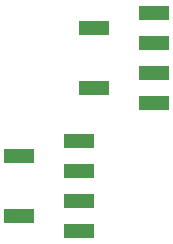
<source format=gbr>
G04 EAGLE Gerber RS-274X export*
G75*
%MOMM*%
%FSLAX34Y34*%
%LPD*%
%INSolderpaste Bottom*%
%IPPOS*%
%AMOC8*
5,1,8,0,0,1.08239X$1,22.5*%
G01*
%ADD10R,2.540000X1.270000*%


D10*
X349250Y381000D03*
X349250Y406400D03*
X298450Y393700D03*
X298450Y444500D03*
X349250Y431800D03*
X349250Y457200D03*
X412750Y565150D03*
X412750Y539750D03*
X361950Y501650D03*
X361950Y552450D03*
X412750Y514350D03*
X412750Y488950D03*
M02*

</source>
